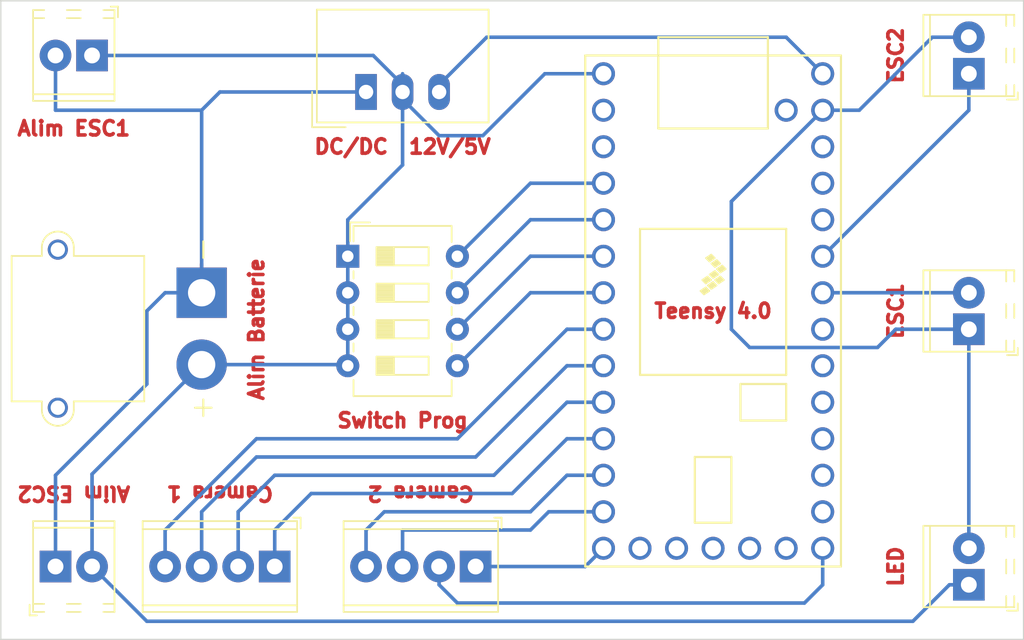
<source format=kicad_pcb>
(kicad_pcb (version 20171130) (host pcbnew "(5.1.2)-2")

  (general
    (thickness 1.6)
    (drawings 12)
    (tracks 98)
    (zones 0)
    (modules 11)
    (nets 1)
  )

  (page A4)
  (layers
    (0 F.Cu signal)
    (31 B.Cu signal)
    (32 B.Adhes user hide)
    (33 F.Adhes user hide)
    (34 B.Paste user hide)
    (35 F.Paste user hide)
    (36 B.SilkS user hide)
    (37 F.SilkS user hide)
    (38 B.Mask user hide)
    (39 F.Mask user hide)
    (40 Dwgs.User user hide)
    (41 Cmts.User user hide)
    (42 Eco1.User user hide)
    (43 Eco2.User user hide)
    (44 Edge.Cuts user)
    (45 Margin user)
    (46 B.CrtYd user)
    (47 F.CrtYd user)
    (48 B.Fab user)
    (49 F.Fab user hide)
  )

  (setup
    (last_trace_width 0.25)
    (trace_clearance 0.2)
    (zone_clearance 0.508)
    (zone_45_only no)
    (trace_min 0.2)
    (via_size 0.8)
    (via_drill 0.4)
    (via_min_size 0.4)
    (via_min_drill 0.3)
    (uvia_size 0.3)
    (uvia_drill 0.1)
    (uvias_allowed no)
    (uvia_min_size 0.2)
    (uvia_min_drill 0.1)
    (edge_width 0.05)
    (segment_width 0.2)
    (pcb_text_width 0.3)
    (pcb_text_size 1.5 1.5)
    (mod_edge_width 0.12)
    (mod_text_size 1 1)
    (mod_text_width 0.15)
    (pad_size 1.524 1.524)
    (pad_drill 0.762)
    (pad_to_mask_clearance 0.051)
    (solder_mask_min_width 0.25)
    (aux_axis_origin 0 0)
    (visible_elements 7FFFFFFF)
    (pcbplotparams
      (layerselection 0x010fc_ffffffff)
      (usegerberextensions false)
      (usegerberattributes false)
      (usegerberadvancedattributes false)
      (creategerberjobfile false)
      (excludeedgelayer true)
      (linewidth 0.100000)
      (plotframeref false)
      (viasonmask false)
      (mode 1)
      (useauxorigin false)
      (hpglpennumber 1)
      (hpglpenspeed 20)
      (hpglpendiameter 15.000000)
      (psnegative false)
      (psa4output false)
      (plotreference true)
      (plotvalue true)
      (plotinvisibletext false)
      (padsonsilk false)
      (subtractmaskfromsilk false)
      (outputformat 1)
      (mirror false)
      (drillshape 1)
      (scaleselection 1)
      (outputdirectory ""))
  )

  (net 0 "")

  (net_class Default "Ceci est la Netclass par défaut."
    (clearance 0.2)
    (trace_width 0.25)
    (via_dia 0.8)
    (via_drill 0.4)
    (uvia_dia 0.3)
    (uvia_drill 0.1)
  )

  (module TerminalBlock_Phoenix:TerminalBlock_Phoenix_MPT-0,5-2-2.54_1x02_P2.54mm_Horizontal (layer F.Cu) (tedit 5B294F98) (tstamp 5EA720CD)
    (at 111.76 69.85 180)
    (descr "Terminal Block Phoenix MPT-0,5-2-2.54, 2 pins, pitch 2.54mm, size 5.54x6.2mm^2, drill diamater 1.1mm, pad diameter 2.2mm, see http://www.mouser.com/ds/2/324/ItemDetail_1725656-920552.pdf, script-generated using https://github.com/pointhi/kicad-footprint-generator/scripts/TerminalBlock_Phoenix")
    (tags "THT Terminal Block Phoenix MPT-0,5-2-2.54 pitch 2.54mm size 5.54x6.2mm^2 drill 1.1mm pad 2.2mm")
    (fp_text reference "" (at 1.27 -4.16) (layer F.SilkS) hide
      (effects (font (size 1 1) (thickness 0.15)))
    )
    (fp_text value TerminalBlock_Phoenix_MPT-0,5-2-2.54_1x02_P2.54mm_Horizontal (at 1.27 4.16) (layer F.Fab) hide
      (effects (font (size 1 1) (thickness 0.15)))
    )
    (fp_text user %R (at 1.27 2) (layer F.Fab) hide
      (effects (font (size 1 1) (thickness 0.15)))
    )
    (fp_line (start 4.54 -3.6) (end -2 -3.6) (layer F.CrtYd) (width 0.05))
    (fp_line (start 4.54 3.6) (end 4.54 -3.6) (layer F.CrtYd) (width 0.05))
    (fp_line (start -2 3.6) (end 4.54 3.6) (layer F.CrtYd) (width 0.05))
    (fp_line (start -2 -3.6) (end -2 3.6) (layer F.CrtYd) (width 0.05))
    (fp_line (start -1.8 3.4) (end -1.3 3.4) (layer F.SilkS) (width 0.12))
    (fp_line (start -1.8 2.66) (end -1.8 3.4) (layer F.SilkS) (width 0.12))
    (fp_line (start 3.241 -0.835) (end 1.706 0.7) (layer F.Fab) (width 0.1))
    (fp_line (start 3.375 -0.7) (end 1.84 0.835) (layer F.Fab) (width 0.1))
    (fp_line (start 0.701 -0.835) (end -0.835 0.7) (layer F.Fab) (width 0.1))
    (fp_line (start 0.835 -0.7) (end -0.701 0.835) (layer F.Fab) (width 0.1))
    (fp_line (start 4.1 -3.16) (end 4.1 3.16) (layer F.SilkS) (width 0.12))
    (fp_line (start -1.56 -3.16) (end -1.56 3.16) (layer F.SilkS) (width 0.12))
    (fp_line (start 3.33 3.16) (end 4.1 3.16) (layer F.SilkS) (width 0.12))
    (fp_line (start 0.79 3.16) (end 1.75 3.16) (layer F.SilkS) (width 0.12))
    (fp_line (start -1.56 3.16) (end -0.79 3.16) (layer F.SilkS) (width 0.12))
    (fp_line (start -1.56 -3.16) (end 4.1 -3.16) (layer F.SilkS) (width 0.12))
    (fp_line (start -1.56 -2.7) (end 4.1 -2.7) (layer F.SilkS) (width 0.12))
    (fp_line (start -1.5 -2.7) (end 4.04 -2.7) (layer F.Fab) (width 0.1))
    (fp_line (start 3.33 2.6) (end 4.1 2.6) (layer F.SilkS) (width 0.12))
    (fp_line (start 0.79 2.6) (end 1.75 2.6) (layer F.SilkS) (width 0.12))
    (fp_line (start -1.56 2.6) (end -0.79 2.6) (layer F.SilkS) (width 0.12))
    (fp_line (start -1.5 2.6) (end 4.04 2.6) (layer F.Fab) (width 0.1))
    (fp_line (start -1.5 2.6) (end -1.5 -3.1) (layer F.Fab) (width 0.1))
    (fp_line (start -1 3.1) (end -1.5 2.6) (layer F.Fab) (width 0.1))
    (fp_line (start 4.04 3.1) (end -1 3.1) (layer F.Fab) (width 0.1))
    (fp_line (start 4.04 -3.1) (end 4.04 3.1) (layer F.Fab) (width 0.1))
    (fp_line (start -1.5 -3.1) (end 4.04 -3.1) (layer F.Fab) (width 0.1))
    (fp_circle (center 2.54 0) (end 3.64 0) (layer F.Fab) (width 0.1))
    (fp_circle (center 0 0) (end 1.1 0) (layer F.Fab) (width 0.1))
    (pad "" np_thru_hole circle (at 2.54 2.54 180) (size 1.1 1.1) (drill 1.1) (layers *.Cu *.Mask))
    (pad 2 thru_hole circle (at 2.54 0 180) (size 2.2 2.2) (drill 1.1) (layers *.Cu *.Mask))
    (pad "" np_thru_hole circle (at 0 2.54 180) (size 1.1 1.1) (drill 1.1) (layers *.Cu *.Mask))
    (pad 1 thru_hole rect (at 0 0 180) (size 2.2 2.2) (drill 1.1) (layers *.Cu *.Mask))
    (model ${KISYS3DMOD}/TerminalBlock_Phoenix.3dshapes/TerminalBlock_Phoenix_MPT-0,5-2-2.54_1x02_P2.54mm_Horizontal.wrl
      (at (xyz 0 0 0))
      (scale (xyz 1 1 1))
      (rotate (xyz 0 0 0))
    )
  )

  (module TerminalBlock_Phoenix:TerminalBlock_Phoenix_MPT-0,5-2-2.54_1x02_P2.54mm_Horizontal (layer F.Cu) (tedit 5B294F98) (tstamp 5EA720CD)
    (at 109.22 105.41)
    (descr "Terminal Block Phoenix MPT-0,5-2-2.54, 2 pins, pitch 2.54mm, size 5.54x6.2mm^2, drill diamater 1.1mm, pad diameter 2.2mm, see http://www.mouser.com/ds/2/324/ItemDetail_1725656-920552.pdf, script-generated using https://github.com/pointhi/kicad-footprint-generator/scripts/TerminalBlock_Phoenix")
    (tags "THT Terminal Block Phoenix MPT-0,5-2-2.54 pitch 2.54mm size 5.54x6.2mm^2 drill 1.1mm pad 2.2mm")
    (fp_text reference REF** (at 1.27 -4.16) (layer F.SilkS) hide
      (effects (font (size 1 1) (thickness 0.15)))
    )
    (fp_text value TerminalBlock_Phoenix_MPT-0,5-2-2.54_1x02_P2.54mm_Horizontal (at 1.27 4.16) (layer F.Fab) hide
      (effects (font (size 1 1) (thickness 0.15)))
    )
    (fp_text user %R (at 1.27 2) (layer F.Fab) hide
      (effects (font (size 1 1) (thickness 0.15)))
    )
    (fp_line (start 4.54 -3.6) (end -2 -3.6) (layer F.CrtYd) (width 0.05))
    (fp_line (start 4.54 3.6) (end 4.54 -3.6) (layer F.CrtYd) (width 0.05))
    (fp_line (start -2 3.6) (end 4.54 3.6) (layer F.CrtYd) (width 0.05))
    (fp_line (start -2 -3.6) (end -2 3.6) (layer F.CrtYd) (width 0.05))
    (fp_line (start -1.8 3.4) (end -1.3 3.4) (layer F.SilkS) (width 0.12))
    (fp_line (start -1.8 2.66) (end -1.8 3.4) (layer F.SilkS) (width 0.12))
    (fp_line (start 3.241 -0.835) (end 1.706 0.7) (layer F.Fab) (width 0.1))
    (fp_line (start 3.375 -0.7) (end 1.84 0.835) (layer F.Fab) (width 0.1))
    (fp_line (start 0.701 -0.835) (end -0.835 0.7) (layer F.Fab) (width 0.1))
    (fp_line (start 0.835 -0.7) (end -0.701 0.835) (layer F.Fab) (width 0.1))
    (fp_line (start 4.1 -3.16) (end 4.1 3.16) (layer F.SilkS) (width 0.12))
    (fp_line (start -1.56 -3.16) (end -1.56 3.16) (layer F.SilkS) (width 0.12))
    (fp_line (start 3.33 3.16) (end 4.1 3.16) (layer F.SilkS) (width 0.12))
    (fp_line (start 0.79 3.16) (end 1.75 3.16) (layer F.SilkS) (width 0.12))
    (fp_line (start -1.56 3.16) (end -0.79 3.16) (layer F.SilkS) (width 0.12))
    (fp_line (start -1.56 -3.16) (end 4.1 -3.16) (layer F.SilkS) (width 0.12))
    (fp_line (start -1.56 -2.7) (end 4.1 -2.7) (layer F.SilkS) (width 0.12))
    (fp_line (start -1.5 -2.7) (end 4.04 -2.7) (layer F.Fab) (width 0.1))
    (fp_line (start 3.33 2.6) (end 4.1 2.6) (layer F.SilkS) (width 0.12))
    (fp_line (start 0.79 2.6) (end 1.75 2.6) (layer F.SilkS) (width 0.12))
    (fp_line (start -1.56 2.6) (end -0.79 2.6) (layer F.SilkS) (width 0.12))
    (fp_line (start -1.5 2.6) (end 4.04 2.6) (layer F.Fab) (width 0.1))
    (fp_line (start -1.5 2.6) (end -1.5 -3.1) (layer F.Fab) (width 0.1))
    (fp_line (start -1 3.1) (end -1.5 2.6) (layer F.Fab) (width 0.1))
    (fp_line (start 4.04 3.1) (end -1 3.1) (layer F.Fab) (width 0.1))
    (fp_line (start 4.04 -3.1) (end 4.04 3.1) (layer F.Fab) (width 0.1))
    (fp_line (start -1.5 -3.1) (end 4.04 -3.1) (layer F.Fab) (width 0.1))
    (fp_circle (center 2.54 0) (end 3.64 0) (layer F.Fab) (width 0.1))
    (fp_circle (center 0 0) (end 1.1 0) (layer F.Fab) (width 0.1))
    (pad "" np_thru_hole circle (at 2.54 2.54) (size 1.1 1.1) (drill 1.1) (layers *.Cu *.Mask))
    (pad 2 thru_hole circle (at 2.54 0) (size 2.2 2.2) (drill 1.1) (layers *.Cu *.Mask))
    (pad "" np_thru_hole circle (at 0 2.54) (size 1.1 1.1) (drill 1.1) (layers *.Cu *.Mask))
    (pad 1 thru_hole rect (at 0 0) (size 2.2 2.2) (drill 1.1) (layers *.Cu *.Mask))
    (model ${KISYS3DMOD}/TerminalBlock_Phoenix.3dshapes/TerminalBlock_Phoenix_MPT-0,5-2-2.54_1x02_P2.54mm_Horizontal.wrl
      (at (xyz 0 0 0))
      (scale (xyz 1 1 1))
      (rotate (xyz 0 0 0))
    )
  )

  (module Connector_AMASS:AMASS_XT30PW-M_1x02_P2.50mm_Horizontal (layer F.Cu) (tedit 5C8EB279) (tstamp 5EA6598A)
    (at 119.38 86.36 90)
    (descr "Connector XT30 Horizontal PCB Male, https://www.tme.eu/en/Document/ce4077e36b79046da520ca73227e15de/XT30PW%20SPEC.pdf")
    (tags "RC Connector XT30")
    (fp_text reference REF** (at -2.5 -14.5 90) (layer F.SilkS) hide
      (effects (font (size 1 1) (thickness 0.15)))
    )
    (fp_text value AMASS_XT30PW-M_1x02_P2.50mm_Horizontal (at -2.5 3.5 90) (layer F.Fab) hide
      (effects (font (size 1 1) (thickness 0.15)))
    )
    (fp_text user + (at -8 0 90) (layer F.SilkS)
      (effects (font (size 1.5 1.5) (thickness 0.15)))
    )
    (fp_text user - (at 3 0 90) (layer F.SilkS)
      (effects (font (size 1.5 1.5) (thickness 0.15)))
    )
    (fp_arc (start 3.15 -10) (end 3.15 -8.89) (angle -180) (layer F.SilkS) (width 0.12))
    (fp_arc (start -8.15 -10) (end -8.15 -11.11) (angle -180) (layer F.SilkS) (width 0.12))
    (fp_arc (start -8.15 -10) (end -8.15 -11) (angle -180) (layer F.Fab) (width 0.1))
    (fp_arc (start 3.15 -10) (end 3.15 -9) (angle -180) (layer F.Fab) (width 0.1))
    (fp_line (start 2.56 -13.21) (end 2.56 -11.11) (layer F.SilkS) (width 0.12))
    (fp_line (start -9.65 -13.6) (end 4.65 -13.6) (layer F.CrtYd) (width 0.05))
    (fp_line (start 4.65 -13.6) (end 4.65 2.25) (layer F.CrtYd) (width 0.05))
    (fp_line (start -9.65 2.25) (end 4.65 2.25) (layer F.CrtYd) (width 0.05))
    (fp_line (start -9.65 -13.6) (end -9.65 2.25) (layer F.CrtYd) (width 0.05))
    (fp_line (start -8.15 -8.89) (end -7.56 -8.89) (layer F.SilkS) (width 0.12))
    (fp_line (start -8.15 -11.11) (end -7.56 -11.11) (layer F.SilkS) (width 0.12))
    (fp_line (start 2.56 -11.11) (end 3.15 -11.11) (layer F.SilkS) (width 0.12))
    (fp_line (start 2.56 -8.89) (end 3.15 -8.89) (layer F.SilkS) (width 0.12))
    (fp_line (start -7.45 -9) (end -7.45 -4.1) (layer F.Fab) (width 0.1))
    (fp_line (start 2.45 -9) (end 2.45 -4.1) (layer F.Fab) (width 0.1))
    (fp_line (start -8.15 -9) (end -7.45 -9) (layer F.Fab) (width 0.1))
    (fp_line (start 2.45 -9) (end 3.15 -9) (layer F.Fab) (width 0.1))
    (fp_line (start 2.45 -11) (end 3.15 -11) (layer F.Fab) (width 0.1))
    (fp_line (start -8.15 -11) (end -7.45 -11) (layer F.Fab) (width 0.1))
    (fp_line (start 2.56 -8.89) (end 2.56 -3.99) (layer F.SilkS) (width 0.12))
    (fp_line (start -7.56 -13.21) (end -7.56 -11.11) (layer F.SilkS) (width 0.12))
    (fp_line (start -7.56 -8.89) (end -7.56 -3.99) (layer F.SilkS) (width 0.12))
    (fp_line (start -7.56 -3.99) (end 2.56 -3.99) (layer F.SilkS) (width 0.12))
    (fp_line (start -7.56 -13.21) (end 2.56 -13.21) (layer F.SilkS) (width 0.12))
    (fp_line (start -7.45 -13.1) (end 2.45 -13.1) (layer F.Fab) (width 0.1))
    (fp_line (start -7.45 -4.1) (end 2.45 -4.1) (layer F.Fab) (width 0.1))
    (fp_line (start -7.45 -13.1) (end -7.45 -11) (layer F.Fab) (width 0.1))
    (fp_line (start 2.45 -13.1) (end 2.45 -11) (layer F.Fab) (width 0.1))
    (fp_text user %R (at -2.5 -3 90) (layer F.Fab) hide
      (effects (font (size 1 1) (thickness 0.15)))
    )
    (pad 2 thru_hole circle (at -5 0 90) (size 3.5 3.5) (drill 1.9) (layers *.Cu *.Mask))
    (pad 1 thru_hole rect (at 0 0 90) (size 3.5 3.5) (drill 1.9) (layers *.Cu *.Mask))
    (pad "" thru_hole circle (at -8 -10 90) (size 1.4 1.4) (drill 1) (layers *.Cu *.Mask))
    (pad "" thru_hole circle (at 3 -10 90) (size 1.4 1.4) (drill 1) (layers *.Cu *.Mask))
    (model ${KISYS3DMOD}/Connector_AMASS.3dshapes/AMASS_XT30PW-M_1x02_P2.50mm_Horizontal.wrl
      (at (xyz 0 0 0))
      (scale (xyz 1 1 1))
      (rotate (xyz 0 0 0))
    )
  )

  (module TerminalBlock_Phoenix:TerminalBlock_Phoenix_MPT-0,5-4-2.54_1x04_P2.54mm_Horizontal (layer F.Cu) (tedit 5B294F98) (tstamp 5EA654A9)
    (at 124.46 105.41 180)
    (descr "Terminal Block Phoenix MPT-0,5-4-2.54, 4 pins, pitch 2.54mm, size 10.6x6.2mm^2, drill diamater 1.1mm, pad diameter 2.2mm, see http://www.mouser.com/ds/2/324/ItemDetail_1725672-916605.pdf, script-generated using https://github.com/pointhi/kicad-footprint-generator/scripts/TerminalBlock_Phoenix")
    (tags "THT Terminal Block Phoenix MPT-0,5-4-2.54 pitch 2.54mm size 10.6x6.2mm^2 drill 1.1mm pad 2.2mm")
    (fp_text reference REF** (at 3.81 -4.16) (layer F.SilkS) hide
      (effects (font (size 1 1) (thickness 0.15)))
    )
    (fp_text value TerminalBlock_Phoenix_MPT-0,5-4-2.54_1x04_P2.54mm_Horizontal (at 3.81 4.16) (layer F.Fab) hide
      (effects (font (size 1 1) (thickness 0.15)))
    )
    (fp_text user %R (at 3.81 2) (layer F.Fab) hide
      (effects (font (size 1 1) (thickness 0.15)))
    )
    (fp_line (start 9.63 -3.6) (end -2 -3.6) (layer F.CrtYd) (width 0.05))
    (fp_line (start 9.63 3.6) (end 9.63 -3.6) (layer F.CrtYd) (width 0.05))
    (fp_line (start -2 3.6) (end 9.63 3.6) (layer F.CrtYd) (width 0.05))
    (fp_line (start -2 -3.6) (end -2 3.6) (layer F.CrtYd) (width 0.05))
    (fp_line (start -1.8 3.4) (end -1.3 3.4) (layer F.SilkS) (width 0.12))
    (fp_line (start -1.8 2.66) (end -1.8 3.4) (layer F.SilkS) (width 0.12))
    (fp_line (start 8.321 -0.835) (end 6.786 0.7) (layer F.Fab) (width 0.1))
    (fp_line (start 8.455 -0.7) (end 6.92 0.835) (layer F.Fab) (width 0.1))
    (fp_line (start 5.781 -0.835) (end 4.246 0.7) (layer F.Fab) (width 0.1))
    (fp_line (start 5.915 -0.7) (end 4.38 0.835) (layer F.Fab) (width 0.1))
    (fp_line (start 3.241 -0.835) (end 1.706 0.7) (layer F.Fab) (width 0.1))
    (fp_line (start 3.375 -0.7) (end 1.84 0.835) (layer F.Fab) (width 0.1))
    (fp_line (start 0.701 -0.835) (end -0.835 0.7) (layer F.Fab) (width 0.1))
    (fp_line (start 0.835 -0.7) (end -0.701 0.835) (layer F.Fab) (width 0.1))
    (fp_line (start 9.18 -3.16) (end 9.18 3.16) (layer F.SilkS) (width 0.12))
    (fp_line (start -1.56 -3.16) (end -1.56 3.16) (layer F.SilkS) (width 0.12))
    (fp_line (start -1.56 3.16) (end 9.18 3.16) (layer F.SilkS) (width 0.12))
    (fp_line (start -1.56 -3.16) (end 9.18 -3.16) (layer F.SilkS) (width 0.12))
    (fp_line (start -1.56 -2.7) (end 9.18 -2.7) (layer F.SilkS) (width 0.12))
    (fp_line (start -1.5 -2.7) (end 9.12 -2.7) (layer F.Fab) (width 0.1))
    (fp_line (start -1.56 2.6) (end 9.18 2.6) (layer F.SilkS) (width 0.12))
    (fp_line (start -1.5 2.6) (end 9.12 2.6) (layer F.Fab) (width 0.1))
    (fp_line (start -1.5 2.6) (end -1.5 -3.1) (layer F.Fab) (width 0.1))
    (fp_line (start -1 3.1) (end -1.5 2.6) (layer F.Fab) (width 0.1))
    (fp_line (start 9.12 3.1) (end -1 3.1) (layer F.Fab) (width 0.1))
    (fp_line (start 9.12 -3.1) (end 9.12 3.1) (layer F.Fab) (width 0.1))
    (fp_line (start -1.5 -3.1) (end 9.12 -3.1) (layer F.Fab) (width 0.1))
    (fp_circle (center 7.62 0) (end 8.72 0) (layer F.Fab) (width 0.1))
    (fp_circle (center 5.08 0) (end 6.18 0) (layer F.Fab) (width 0.1))
    (fp_circle (center 2.54 0) (end 3.64 0) (layer F.Fab) (width 0.1))
    (fp_circle (center 0 0) (end 1.1 0) (layer F.Fab) (width 0.1))
    (pad 4 thru_hole circle (at 7.62 0 180) (size 2.2 2.2) (drill 1.1) (layers *.Cu *.Mask))
    (pad 3 thru_hole circle (at 5.08 0 180) (size 2.2 2.2) (drill 1.1) (layers *.Cu *.Mask))
    (pad 2 thru_hole circle (at 2.54 0 180) (size 2.2 2.2) (drill 1.1) (layers *.Cu *.Mask))
    (pad 1 thru_hole rect (at 0 0 180) (size 2.2 2.2) (drill 1.1) (layers *.Cu *.Mask))
    (model ${KISYS3DMOD}/TerminalBlock_Phoenix.3dshapes/TerminalBlock_Phoenix_MPT-0,5-4-2.54_1x04_P2.54mm_Horizontal.wrl
      (at (xyz 0 0 0))
      (scale (xyz 1 1 1))
      (rotate (xyz 0 0 0))
    )
  )

  (module Button_Switch_THT:SW_DIP_SPSTx04_Slide_6.7x11.72mm_W7.62mm_P2.54mm_LowProfile (layer F.Cu) (tedit 5A4E1404) (tstamp 5EA65480)
    (at 129.54 83.82)
    (descr "4x-dip-switch SPST , Slide, row spacing 7.62 mm (300 mils), body size 6.7x11.72mm (see e.g. https://www.ctscorp.com/wp-content/uploads/209-210.pdf), LowProfile")
    (tags "DIP Switch SPST Slide 7.62mm 300mil LowProfile")
    (fp_text reference REF** (at 3.81 -3.11) (layer F.SilkS) hide
      (effects (font (size 1 1) (thickness 0.15)))
    )
    (fp_text value SW_DIP_SPSTx04_Slide_6.7x11.72mm_W7.62mm_P2.54mm_LowProfile (at 3.81 10.73) (layer F.Fab) hide
      (effects (font (size 1 1) (thickness 0.15)))
    )
    (fp_text user on (at 4.485 -1.3425) (layer F.Fab)
      (effects (font (size 0.8 0.8) (thickness 0.12)))
    )
    (fp_text user %R (at 6.39 3.81 90) (layer F.Fab) hide
      (effects (font (size 0.8 0.8) (thickness 0.12)))
    )
    (fp_line (start 8.7 -2.4) (end -1.1 -2.4) (layer F.CrtYd) (width 0.05))
    (fp_line (start 8.7 10) (end 8.7 -2.4) (layer F.CrtYd) (width 0.05))
    (fp_line (start -1.1 10) (end 8.7 10) (layer F.CrtYd) (width 0.05))
    (fp_line (start -1.1 -2.4) (end -1.1 10) (layer F.CrtYd) (width 0.05))
    (fp_line (start 3.206667 6.985) (end 3.206667 8.255) (layer F.SilkS) (width 0.12))
    (fp_line (start 2 8.185) (end 3.206667 8.185) (layer F.SilkS) (width 0.12))
    (fp_line (start 2 8.065) (end 3.206667 8.065) (layer F.SilkS) (width 0.12))
    (fp_line (start 2 7.945) (end 3.206667 7.945) (layer F.SilkS) (width 0.12))
    (fp_line (start 2 7.825) (end 3.206667 7.825) (layer F.SilkS) (width 0.12))
    (fp_line (start 2 7.705) (end 3.206667 7.705) (layer F.SilkS) (width 0.12))
    (fp_line (start 2 7.585) (end 3.206667 7.585) (layer F.SilkS) (width 0.12))
    (fp_line (start 2 7.465) (end 3.206667 7.465) (layer F.SilkS) (width 0.12))
    (fp_line (start 2 7.345) (end 3.206667 7.345) (layer F.SilkS) (width 0.12))
    (fp_line (start 2 7.225) (end 3.206667 7.225) (layer F.SilkS) (width 0.12))
    (fp_line (start 2 7.105) (end 3.206667 7.105) (layer F.SilkS) (width 0.12))
    (fp_line (start 5.62 6.985) (end 2 6.985) (layer F.SilkS) (width 0.12))
    (fp_line (start 5.62 8.255) (end 5.62 6.985) (layer F.SilkS) (width 0.12))
    (fp_line (start 2 8.255) (end 5.62 8.255) (layer F.SilkS) (width 0.12))
    (fp_line (start 2 6.985) (end 2 8.255) (layer F.SilkS) (width 0.12))
    (fp_line (start 3.206667 4.445) (end 3.206667 5.715) (layer F.SilkS) (width 0.12))
    (fp_line (start 2 5.645) (end 3.206667 5.645) (layer F.SilkS) (width 0.12))
    (fp_line (start 2 5.525) (end 3.206667 5.525) (layer F.SilkS) (width 0.12))
    (fp_line (start 2 5.405) (end 3.206667 5.405) (layer F.SilkS) (width 0.12))
    (fp_line (start 2 5.285) (end 3.206667 5.285) (layer F.SilkS) (width 0.12))
    (fp_line (start 2 5.165) (end 3.206667 5.165) (layer F.SilkS) (width 0.12))
    (fp_line (start 2 5.045) (end 3.206667 5.045) (layer F.SilkS) (width 0.12))
    (fp_line (start 2 4.925) (end 3.206667 4.925) (layer F.SilkS) (width 0.12))
    (fp_line (start 2 4.805) (end 3.206667 4.805) (layer F.SilkS) (width 0.12))
    (fp_line (start 2 4.685) (end 3.206667 4.685) (layer F.SilkS) (width 0.12))
    (fp_line (start 2 4.565) (end 3.206667 4.565) (layer F.SilkS) (width 0.12))
    (fp_line (start 5.62 4.445) (end 2 4.445) (layer F.SilkS) (width 0.12))
    (fp_line (start 5.62 5.715) (end 5.62 4.445) (layer F.SilkS) (width 0.12))
    (fp_line (start 2 5.715) (end 5.62 5.715) (layer F.SilkS) (width 0.12))
    (fp_line (start 2 4.445) (end 2 5.715) (layer F.SilkS) (width 0.12))
    (fp_line (start 3.206667 1.905) (end 3.206667 3.175) (layer F.SilkS) (width 0.12))
    (fp_line (start 2 3.105) (end 3.206667 3.105) (layer F.SilkS) (width 0.12))
    (fp_line (start 2 2.985) (end 3.206667 2.985) (layer F.SilkS) (width 0.12))
    (fp_line (start 2 2.865) (end 3.206667 2.865) (layer F.SilkS) (width 0.12))
    (fp_line (start 2 2.745) (end 3.206667 2.745) (layer F.SilkS) (width 0.12))
    (fp_line (start 2 2.625) (end 3.206667 2.625) (layer F.SilkS) (width 0.12))
    (fp_line (start 2 2.505) (end 3.206667 2.505) (layer F.SilkS) (width 0.12))
    (fp_line (start 2 2.385) (end 3.206667 2.385) (layer F.SilkS) (width 0.12))
    (fp_line (start 2 2.265) (end 3.206667 2.265) (layer F.SilkS) (width 0.12))
    (fp_line (start 2 2.145) (end 3.206667 2.145) (layer F.SilkS) (width 0.12))
    (fp_line (start 2 2.025) (end 3.206667 2.025) (layer F.SilkS) (width 0.12))
    (fp_line (start 5.62 1.905) (end 2 1.905) (layer F.SilkS) (width 0.12))
    (fp_line (start 5.62 3.175) (end 5.62 1.905) (layer F.SilkS) (width 0.12))
    (fp_line (start 2 3.175) (end 5.62 3.175) (layer F.SilkS) (width 0.12))
    (fp_line (start 2 1.905) (end 2 3.175) (layer F.SilkS) (width 0.12))
    (fp_line (start 3.206667 -0.635) (end 3.206667 0.635) (layer F.SilkS) (width 0.12))
    (fp_line (start 2 0.565) (end 3.206667 0.565) (layer F.SilkS) (width 0.12))
    (fp_line (start 2 0.445) (end 3.206667 0.445) (layer F.SilkS) (width 0.12))
    (fp_line (start 2 0.325) (end 3.206667 0.325) (layer F.SilkS) (width 0.12))
    (fp_line (start 2 0.205) (end 3.206667 0.205) (layer F.SilkS) (width 0.12))
    (fp_line (start 2 0.085) (end 3.206667 0.085) (layer F.SilkS) (width 0.12))
    (fp_line (start 2 -0.035) (end 3.206667 -0.035) (layer F.SilkS) (width 0.12))
    (fp_line (start 2 -0.155) (end 3.206667 -0.155) (layer F.SilkS) (width 0.12))
    (fp_line (start 2 -0.275) (end 3.206667 -0.275) (layer F.SilkS) (width 0.12))
    (fp_line (start 2 -0.395) (end 3.206667 -0.395) (layer F.SilkS) (width 0.12))
    (fp_line (start 2 -0.515) (end 3.206667 -0.515) (layer F.SilkS) (width 0.12))
    (fp_line (start 5.62 -0.635) (end 2 -0.635) (layer F.SilkS) (width 0.12))
    (fp_line (start 5.62 0.635) (end 5.62 -0.635) (layer F.SilkS) (width 0.12))
    (fp_line (start 2 0.635) (end 5.62 0.635) (layer F.SilkS) (width 0.12))
    (fp_line (start 2 -0.635) (end 2 0.635) (layer F.SilkS) (width 0.12))
    (fp_line (start 0.16 -2.35) (end 0.16 -1.04) (layer F.SilkS) (width 0.12))
    (fp_line (start 0.16 -2.35) (end 1.543 -2.35) (layer F.SilkS) (width 0.12))
    (fp_line (start 7.221 0.99) (end 7.221 1.551) (layer F.SilkS) (width 0.12))
    (fp_line (start 7.221 -2.11) (end 7.221 -0.99) (layer F.SilkS) (width 0.12))
    (fp_line (start 7.221 3.53) (end 7.221 4.091) (layer F.SilkS) (width 0.12))
    (fp_line (start 7.221 6.07) (end 7.221 6.631) (layer F.SilkS) (width 0.12))
    (fp_line (start 7.221 8.61) (end 7.221 9.73) (layer F.SilkS) (width 0.12))
    (fp_line (start 0.4 8.61) (end 0.4 9.73) (layer F.SilkS) (width 0.12))
    (fp_line (start 0.4 6.07) (end 0.4 6.631) (layer F.SilkS) (width 0.12))
    (fp_line (start 0.4 3.53) (end 0.4 4.091) (layer F.SilkS) (width 0.12))
    (fp_line (start 0.4 1.04) (end 0.4 1.551) (layer F.SilkS) (width 0.12))
    (fp_line (start 0.4 -2.11) (end 0.4 -1.04) (layer F.SilkS) (width 0.12))
    (fp_line (start 0.4 9.73) (end 7.221 9.73) (layer F.SilkS) (width 0.12))
    (fp_line (start 0.4 -2.11) (end 7.221 -2.11) (layer F.SilkS) (width 0.12))
    (fp_line (start 3.206667 6.985) (end 3.206667 8.255) (layer F.Fab) (width 0.1))
    (fp_line (start 2 8.185) (end 3.206667 8.185) (layer F.Fab) (width 0.1))
    (fp_line (start 2 8.085) (end 3.206667 8.085) (layer F.Fab) (width 0.1))
    (fp_line (start 2 7.985) (end 3.206667 7.985) (layer F.Fab) (width 0.1))
    (fp_line (start 2 7.885) (end 3.206667 7.885) (layer F.Fab) (width 0.1))
    (fp_line (start 2 7.785) (end 3.206667 7.785) (layer F.Fab) (width 0.1))
    (fp_line (start 2 7.685) (end 3.206667 7.685) (layer F.Fab) (width 0.1))
    (fp_line (start 2 7.585) (end 3.206667 7.585) (layer F.Fab) (width 0.1))
    (fp_line (start 2 7.485) (end 3.206667 7.485) (layer F.Fab) (width 0.1))
    (fp_line (start 2 7.385) (end 3.206667 7.385) (layer F.Fab) (width 0.1))
    (fp_line (start 2 7.285) (end 3.206667 7.285) (layer F.Fab) (width 0.1))
    (fp_line (start 2 7.185) (end 3.206667 7.185) (layer F.Fab) (width 0.1))
    (fp_line (start 2 7.085) (end 3.206667 7.085) (layer F.Fab) (width 0.1))
    (fp_line (start 5.62 6.985) (end 2 6.985) (layer F.Fab) (width 0.1))
    (fp_line (start 5.62 8.255) (end 5.62 6.985) (layer F.Fab) (width 0.1))
    (fp_line (start 2 8.255) (end 5.62 8.255) (layer F.Fab) (width 0.1))
    (fp_line (start 2 6.985) (end 2 8.255) (layer F.Fab) (width 0.1))
    (fp_line (start 3.206667 4.445) (end 3.206667 5.715) (layer F.Fab) (width 0.1))
    (fp_line (start 2 5.645) (end 3.206667 5.645) (layer F.Fab) (width 0.1))
    (fp_line (start 2 5.545) (end 3.206667 5.545) (layer F.Fab) (width 0.1))
    (fp_line (start 2 5.445) (end 3.206667 5.445) (layer F.Fab) (width 0.1))
    (fp_line (start 2 5.345) (end 3.206667 5.345) (layer F.Fab) (width 0.1))
    (fp_line (start 2 5.245) (end 3.206667 5.245) (layer F.Fab) (width 0.1))
    (fp_line (start 2 5.145) (end 3.206667 5.145) (layer F.Fab) (width 0.1))
    (fp_line (start 2 5.045) (end 3.206667 5.045) (layer F.Fab) (width 0.1))
    (fp_line (start 2 4.945) (end 3.206667 4.945) (layer F.Fab) (width 0.1))
    (fp_line (start 2 4.845) (end 3.206667 4.845) (layer F.Fab) (width 0.1))
    (fp_line (start 2 4.745) (end 3.206667 4.745) (layer F.Fab) (width 0.1))
    (fp_line (start 2 4.645) (end 3.206667 4.645) (layer F.Fab) (width 0.1))
    (fp_line (start 2 4.545) (end 3.206667 4.545) (layer F.Fab) (width 0.1))
    (fp_line (start 5.62 4.445) (end 2 4.445) (layer F.Fab) (width 0.1))
    (fp_line (start 5.62 5.715) (end 5.62 4.445) (layer F.Fab) (width 0.1))
    (fp_line (start 2 5.715) (end 5.62 5.715) (layer F.Fab) (width 0.1))
    (fp_line (start 2 4.445) (end 2 5.715) (layer F.Fab) (width 0.1))
    (fp_line (start 3.206667 1.905) (end 3.206667 3.175) (layer F.Fab) (width 0.1))
    (fp_line (start 2 3.105) (end 3.206667 3.105) (layer F.Fab) (width 0.1))
    (fp_line (start 2 3.005) (end 3.206667 3.005) (layer F.Fab) (width 0.1))
    (fp_line (start 2 2.905) (end 3.206667 2.905) (layer F.Fab) (width 0.1))
    (fp_line (start 2 2.805) (end 3.206667 2.805) (layer F.Fab) (width 0.1))
    (fp_line (start 2 2.705) (end 3.206667 2.705) (layer F.Fab) (width 0.1))
    (fp_line (start 2 2.605) (end 3.206667 2.605) (layer F.Fab) (width 0.1))
    (fp_line (start 2 2.505) (end 3.206667 2.505) (layer F.Fab) (width 0.1))
    (fp_line (start 2 2.405) (end 3.206667 2.405) (layer F.Fab) (width 0.1))
    (fp_line (start 2 2.305) (end 3.206667 2.305) (layer F.Fab) (width 0.1))
    (fp_line (start 2 2.205) (end 3.206667 2.205) (layer F.Fab) (width 0.1))
    (fp_line (start 2 2.105) (end 3.206667 2.105) (layer F.Fab) (width 0.1))
    (fp_line (start 2 2.005) (end 3.206667 2.005) (layer F.Fab) (width 0.1))
    (fp_line (start 5.62 1.905) (end 2 1.905) (layer F.Fab) (width 0.1))
    (fp_line (start 5.62 3.175) (end 5.62 1.905) (layer F.Fab) (width 0.1))
    (fp_line (start 2 3.175) (end 5.62 3.175) (layer F.Fab) (width 0.1))
    (fp_line (start 2 1.905) (end 2 3.175) (layer F.Fab) (width 0.1))
    (fp_line (start 3.206667 -0.635) (end 3.206667 0.635) (layer F.Fab) (width 0.1))
    (fp_line (start 2 0.565) (end 3.206667 0.565) (layer F.Fab) (width 0.1))
    (fp_line (start 2 0.465) (end 3.206667 0.465) (layer F.Fab) (width 0.1))
    (fp_line (start 2 0.365) (end 3.206667 0.365) (layer F.Fab) (width 0.1))
    (fp_line (start 2 0.265) (end 3.206667 0.265) (layer F.Fab) (width 0.1))
    (fp_line (start 2 0.165) (end 3.206667 0.165) (layer F.Fab) (width 0.1))
    (fp_line (start 2 0.065) (end 3.206667 0.065) (layer F.Fab) (width 0.1))
    (fp_line (start 2 -0.035) (end 3.206667 -0.035) (layer F.Fab) (width 0.1))
    (fp_line (start 2 -0.135) (end 3.206667 -0.135) (layer F.Fab) (width 0.1))
    (fp_line (start 2 -0.235) (end 3.206667 -0.235) (layer F.Fab) (width 0.1))
    (fp_line (start 2 -0.335) (end 3.206667 -0.335) (layer F.Fab) (width 0.1))
    (fp_line (start 2 -0.435) (end 3.206667 -0.435) (layer F.Fab) (width 0.1))
    (fp_line (start 2 -0.535) (end 3.206667 -0.535) (layer F.Fab) (width 0.1))
    (fp_line (start 5.62 -0.635) (end 2 -0.635) (layer F.Fab) (width 0.1))
    (fp_line (start 5.62 0.635) (end 5.62 -0.635) (layer F.Fab) (width 0.1))
    (fp_line (start 2 0.635) (end 5.62 0.635) (layer F.Fab) (width 0.1))
    (fp_line (start 2 -0.635) (end 2 0.635) (layer F.Fab) (width 0.1))
    (fp_line (start 0.46 -1.05) (end 1.46 -2.05) (layer F.Fab) (width 0.1))
    (fp_line (start 0.46 9.67) (end 0.46 -1.05) (layer F.Fab) (width 0.1))
    (fp_line (start 7.16 9.67) (end 0.46 9.67) (layer F.Fab) (width 0.1))
    (fp_line (start 7.16 -2.05) (end 7.16 9.67) (layer F.Fab) (width 0.1))
    (fp_line (start 1.46 -2.05) (end 7.16 -2.05) (layer F.Fab) (width 0.1))
    (pad 8 thru_hole oval (at 7.62 0) (size 1.6 1.6) (drill 0.8) (layers *.Cu *.Mask))
    (pad 4 thru_hole oval (at 0 7.62) (size 1.6 1.6) (drill 0.8) (layers *.Cu *.Mask))
    (pad 7 thru_hole oval (at 7.62 2.54) (size 1.6 1.6) (drill 0.8) (layers *.Cu *.Mask))
    (pad 3 thru_hole oval (at 0 5.08) (size 1.6 1.6) (drill 0.8) (layers *.Cu *.Mask))
    (pad 6 thru_hole oval (at 7.62 5.08) (size 1.6 1.6) (drill 0.8) (layers *.Cu *.Mask))
    (pad 2 thru_hole oval (at 0 2.54) (size 1.6 1.6) (drill 0.8) (layers *.Cu *.Mask))
    (pad 5 thru_hole oval (at 7.62 7.62) (size 1.6 1.6) (drill 0.8) (layers *.Cu *.Mask))
    (pad 1 thru_hole rect (at 0 0) (size 1.6 1.6) (drill 0.8) (layers *.Cu *.Mask))
    (model ${KISYS3DMOD}/Button_Switch_THT.3dshapes/SW_DIP_SPSTx04_Slide_6.7x11.72mm_W7.62mm_P2.54mm_LowProfile.wrl
      (at (xyz 0 0 0))
      (scale (xyz 1 1 1))
      (rotate (xyz 0 0 90))
    )
  )

  (module TerminalBlock_Phoenix:TerminalBlock_Phoenix_MPT-0,5-4-2.54_1x04_P2.54mm_Horizontal (layer F.Cu) (tedit 5B294F98) (tstamp 5EA63B57)
    (at 138.43 105.41 180)
    (descr "Terminal Block Phoenix MPT-0,5-4-2.54, 4 pins, pitch 2.54mm, size 10.6x6.2mm^2, drill diamater 1.1mm, pad diameter 2.2mm, see http://www.mouser.com/ds/2/324/ItemDetail_1725672-916605.pdf, script-generated using https://github.com/pointhi/kicad-footprint-generator/scripts/TerminalBlock_Phoenix")
    (tags "THT Terminal Block Phoenix MPT-0,5-4-2.54 pitch 2.54mm size 10.6x6.2mm^2 drill 1.1mm pad 2.2mm")
    (fp_text reference REF** (at 3.81 -4.16) (layer F.SilkS) hide
      (effects (font (size 1 1) (thickness 0.15)))
    )
    (fp_text value TerminalBlock_Phoenix_MPT-0,5-4-2.54_1x04_P2.54mm_Horizontal (at 3.81 4.16) (layer F.Fab) hide
      (effects (font (size 1 1) (thickness 0.15)))
    )
    (fp_circle (center 0 0) (end 1.1 0) (layer F.Fab) (width 0.1))
    (fp_circle (center 2.54 0) (end 3.64 0) (layer F.Fab) (width 0.1))
    (fp_circle (center 5.08 0) (end 6.18 0) (layer F.Fab) (width 0.1))
    (fp_circle (center 7.62 0) (end 8.72 0) (layer F.Fab) (width 0.1))
    (fp_line (start -1.5 -3.1) (end 9.12 -3.1) (layer F.Fab) (width 0.1))
    (fp_line (start 9.12 -3.1) (end 9.12 3.1) (layer F.Fab) (width 0.1))
    (fp_line (start 9.12 3.1) (end -1 3.1) (layer F.Fab) (width 0.1))
    (fp_line (start -1 3.1) (end -1.5 2.6) (layer F.Fab) (width 0.1))
    (fp_line (start -1.5 2.6) (end -1.5 -3.1) (layer F.Fab) (width 0.1))
    (fp_line (start -1.5 2.6) (end 9.12 2.6) (layer F.Fab) (width 0.1))
    (fp_line (start -1.56 2.6) (end 9.18 2.6) (layer F.SilkS) (width 0.12))
    (fp_line (start -1.5 -2.7) (end 9.12 -2.7) (layer F.Fab) (width 0.1))
    (fp_line (start -1.56 -2.7) (end 9.18 -2.7) (layer F.SilkS) (width 0.12))
    (fp_line (start -1.56 -3.16) (end 9.18 -3.16) (layer F.SilkS) (width 0.12))
    (fp_line (start -1.56 3.16) (end 9.18 3.16) (layer F.SilkS) (width 0.12))
    (fp_line (start -1.56 -3.16) (end -1.56 3.16) (layer F.SilkS) (width 0.12))
    (fp_line (start 9.18 -3.16) (end 9.18 3.16) (layer F.SilkS) (width 0.12))
    (fp_line (start 0.835 -0.7) (end -0.701 0.835) (layer F.Fab) (width 0.1))
    (fp_line (start 0.701 -0.835) (end -0.835 0.7) (layer F.Fab) (width 0.1))
    (fp_line (start 3.375 -0.7) (end 1.84 0.835) (layer F.Fab) (width 0.1))
    (fp_line (start 3.241 -0.835) (end 1.706 0.7) (layer F.Fab) (width 0.1))
    (fp_line (start 5.915 -0.7) (end 4.38 0.835) (layer F.Fab) (width 0.1))
    (fp_line (start 5.781 -0.835) (end 4.246 0.7) (layer F.Fab) (width 0.1))
    (fp_line (start 8.455 -0.7) (end 6.92 0.835) (layer F.Fab) (width 0.1))
    (fp_line (start 8.321 -0.835) (end 6.786 0.7) (layer F.Fab) (width 0.1))
    (fp_line (start -1.8 2.66) (end -1.8 3.4) (layer F.SilkS) (width 0.12))
    (fp_line (start -1.8 3.4) (end -1.3 3.4) (layer F.SilkS) (width 0.12))
    (fp_line (start -2 -3.6) (end -2 3.6) (layer F.CrtYd) (width 0.05))
    (fp_line (start -2 3.6) (end 9.63 3.6) (layer F.CrtYd) (width 0.05))
    (fp_line (start 9.63 3.6) (end 9.63 -3.6) (layer F.CrtYd) (width 0.05))
    (fp_line (start 9.63 -3.6) (end -2 -3.6) (layer F.CrtYd) (width 0.05))
    (fp_text user %R (at 3.81 2) (layer F.Fab) hide
      (effects (font (size 1 1) (thickness 0.15)))
    )
    (pad 1 thru_hole rect (at 0 0 180) (size 2.2 2.2) (drill 1.1) (layers *.Cu *.Mask))
    (pad 2 thru_hole circle (at 2.54 0 180) (size 2.2 2.2) (drill 1.1) (layers *.Cu *.Mask))
    (pad 3 thru_hole circle (at 5.08 0 180) (size 2.2 2.2) (drill 1.1) (layers *.Cu *.Mask))
    (pad 4 thru_hole circle (at 7.62 0 180) (size 2.2 2.2) (drill 1.1) (layers *.Cu *.Mask))
    (model ${KISYS3DMOD}/TerminalBlock_Phoenix.3dshapes/TerminalBlock_Phoenix_MPT-0,5-4-2.54_1x04_P2.54mm_Horizontal.wrl
      (at (xyz 0 0 0))
      (scale (xyz 1 1 1))
      (rotate (xyz 0 0 0))
    )
  )

  (module TerminalBlock_Phoenix:TerminalBlock_Phoenix_MPT-0,5-2-2.54_1x02_P2.54mm_Horizontal (layer F.Cu) (tedit 5B294F98) (tstamp 5EA6391B)
    (at 172.72 88.9 90)
    (descr "Terminal Block Phoenix MPT-0,5-2-2.54, 2 pins, pitch 2.54mm, size 5.54x6.2mm^2, drill diamater 1.1mm, pad diameter 2.2mm, see http://www.mouser.com/ds/2/324/ItemDetail_1725656-920552.pdf, script-generated using https://github.com/pointhi/kicad-footprint-generator/scripts/TerminalBlock_Phoenix")
    (tags "THT Terminal Block Phoenix MPT-0,5-2-2.54 pitch 2.54mm size 5.54x6.2mm^2 drill 1.1mm pad 2.2mm")
    (fp_text reference REF** (at 1.27 -4.16 90) (layer F.SilkS) hide
      (effects (font (size 1 1) (thickness 0.15)))
    )
    (fp_text value TerminalBlock_Phoenix_MPT-0,5-2-2.54_1x02_P2.54mm_Horizontal (at 1.27 4.16 90) (layer F.Fab) hide
      (effects (font (size 1 1) (thickness 0.15)))
    )
    (fp_circle (center 0 0) (end 1.1 0) (layer F.Fab) (width 0.1))
    (fp_circle (center 2.54 0) (end 3.64 0) (layer F.Fab) (width 0.1))
    (fp_line (start -1.5 -3.1) (end 4.04 -3.1) (layer F.Fab) (width 0.1))
    (fp_line (start 4.04 -3.1) (end 4.04 3.1) (layer F.Fab) (width 0.1))
    (fp_line (start 4.04 3.1) (end -1 3.1) (layer F.Fab) (width 0.1))
    (fp_line (start -1 3.1) (end -1.5 2.6) (layer F.Fab) (width 0.1))
    (fp_line (start -1.5 2.6) (end -1.5 -3.1) (layer F.Fab) (width 0.1))
    (fp_line (start -1.5 2.6) (end 4.04 2.6) (layer F.Fab) (width 0.1))
    (fp_line (start -1.56 2.6) (end -0.79 2.6) (layer F.SilkS) (width 0.12))
    (fp_line (start 0.79 2.6) (end 1.75 2.6) (layer F.SilkS) (width 0.12))
    (fp_line (start 3.33 2.6) (end 4.1 2.6) (layer F.SilkS) (width 0.12))
    (fp_line (start -1.5 -2.7) (end 4.04 -2.7) (layer F.Fab) (width 0.1))
    (fp_line (start -1.56 -2.7) (end 4.1 -2.7) (layer F.SilkS) (width 0.12))
    (fp_line (start -1.56 -3.16) (end 4.1 -3.16) (layer F.SilkS) (width 0.12))
    (fp_line (start -1.56 3.16) (end -0.79 3.16) (layer F.SilkS) (width 0.12))
    (fp_line (start 0.79 3.16) (end 1.75 3.16) (layer F.SilkS) (width 0.12))
    (fp_line (start 3.33 3.16) (end 4.1 3.16) (layer F.SilkS) (width 0.12))
    (fp_line (start -1.56 -3.16) (end -1.56 3.16) (layer F.SilkS) (width 0.12))
    (fp_line (start 4.1 -3.16) (end 4.1 3.16) (layer F.SilkS) (width 0.12))
    (fp_line (start 0.835 -0.7) (end -0.701 0.835) (layer F.Fab) (width 0.1))
    (fp_line (start 0.701 -0.835) (end -0.835 0.7) (layer F.Fab) (width 0.1))
    (fp_line (start 3.375 -0.7) (end 1.84 0.835) (layer F.Fab) (width 0.1))
    (fp_line (start 3.241 -0.835) (end 1.706 0.7) (layer F.Fab) (width 0.1))
    (fp_line (start -1.8 2.66) (end -1.8 3.4) (layer F.SilkS) (width 0.12))
    (fp_line (start -1.8 3.4) (end -1.3 3.4) (layer F.SilkS) (width 0.12))
    (fp_line (start -2 -3.6) (end -2 3.6) (layer F.CrtYd) (width 0.05))
    (fp_line (start -2 3.6) (end 4.54 3.6) (layer F.CrtYd) (width 0.05))
    (fp_line (start 4.54 3.6) (end 4.54 -3.6) (layer F.CrtYd) (width 0.05))
    (fp_line (start 4.54 -3.6) (end -2 -3.6) (layer F.CrtYd) (width 0.05))
    (fp_text user %R (at 1.27 2 90) (layer F.Fab) hide
      (effects (font (size 1 1) (thickness 0.15)))
    )
    (pad 1 thru_hole rect (at 0 0 90) (size 2.2 2.2) (drill 1.1) (layers *.Cu *.Mask))
    (pad "" np_thru_hole circle (at 0 2.54 90) (size 1.1 1.1) (drill 1.1) (layers *.Cu *.Mask))
    (pad 2 thru_hole circle (at 2.54 0 90) (size 2.2 2.2) (drill 1.1) (layers *.Cu *.Mask))
    (pad "" np_thru_hole circle (at 2.54 2.54 90) (size 1.1 1.1) (drill 1.1) (layers *.Cu *.Mask))
    (model ${KISYS3DMOD}/TerminalBlock_Phoenix.3dshapes/TerminalBlock_Phoenix_MPT-0,5-2-2.54_1x02_P2.54mm_Horizontal.wrl
      (at (xyz 0 0 0))
      (scale (xyz 1 1 1))
      (rotate (xyz 0 0 0))
    )
  )

  (module TerminalBlock_Phoenix:TerminalBlock_Phoenix_MPT-0,5-2-2.54_1x02_P2.54mm_Horizontal (layer F.Cu) (tedit 5B294F98) (tstamp 5EA638CF)
    (at 172.72 71.12 90)
    (descr "Terminal Block Phoenix MPT-0,5-2-2.54, 2 pins, pitch 2.54mm, size 5.54x6.2mm^2, drill diamater 1.1mm, pad diameter 2.2mm, see http://www.mouser.com/ds/2/324/ItemDetail_1725656-920552.pdf, script-generated using https://github.com/pointhi/kicad-footprint-generator/scripts/TerminalBlock_Phoenix")
    (tags "THT Terminal Block Phoenix MPT-0,5-2-2.54 pitch 2.54mm size 5.54x6.2mm^2 drill 1.1mm pad 2.2mm")
    (fp_text reference REF** (at 1.27 -4.16 90) (layer F.SilkS) hide
      (effects (font (size 1 1) (thickness 0.15)))
    )
    (fp_text value TerminalBlock_Phoenix_MPT-0,5-2-2.54_1x02_P2.54mm_Horizontal (at 1.27 4.16 90) (layer F.Fab) hide
      (effects (font (size 1 1) (thickness 0.15)))
    )
    (fp_text user %R (at 1.27 2 90) (layer F.Fab) hide
      (effects (font (size 1 1) (thickness 0.15)))
    )
    (fp_line (start 4.54 -3.6) (end -2 -3.6) (layer F.CrtYd) (width 0.05))
    (fp_line (start 4.54 3.6) (end 4.54 -3.6) (layer F.CrtYd) (width 0.05))
    (fp_line (start -2 3.6) (end 4.54 3.6) (layer F.CrtYd) (width 0.05))
    (fp_line (start -2 -3.6) (end -2 3.6) (layer F.CrtYd) (width 0.05))
    (fp_line (start -1.8 3.4) (end -1.3 3.4) (layer F.SilkS) (width 0.12))
    (fp_line (start -1.8 2.66) (end -1.8 3.4) (layer F.SilkS) (width 0.12))
    (fp_line (start 3.241 -0.835) (end 1.706 0.7) (layer F.Fab) (width 0.1))
    (fp_line (start 3.375 -0.7) (end 1.84 0.835) (layer F.Fab) (width 0.1))
    (fp_line (start 0.701 -0.835) (end -0.835 0.7) (layer F.Fab) (width 0.1))
    (fp_line (start 0.835 -0.7) (end -0.701 0.835) (layer F.Fab) (width 0.1))
    (fp_line (start 4.1 -3.16) (end 4.1 3.16) (layer F.SilkS) (width 0.12))
    (fp_line (start -1.56 -3.16) (end -1.56 3.16) (layer F.SilkS) (width 0.12))
    (fp_line (start 3.33 3.16) (end 4.1 3.16) (layer F.SilkS) (width 0.12))
    (fp_line (start 0.79 3.16) (end 1.75 3.16) (layer F.SilkS) (width 0.12))
    (fp_line (start -1.56 3.16) (end -0.79 3.16) (layer F.SilkS) (width 0.12))
    (fp_line (start -1.56 -3.16) (end 4.1 -3.16) (layer F.SilkS) (width 0.12))
    (fp_line (start -1.56 -2.7) (end 4.1 -2.7) (layer F.SilkS) (width 0.12))
    (fp_line (start -1.5 -2.7) (end 4.04 -2.7) (layer F.Fab) (width 0.1))
    (fp_line (start 3.33 2.6) (end 4.1 2.6) (layer F.SilkS) (width 0.12))
    (fp_line (start 0.79 2.6) (end 1.75 2.6) (layer F.SilkS) (width 0.12))
    (fp_line (start -1.56 2.6) (end -0.79 2.6) (layer F.SilkS) (width 0.12))
    (fp_line (start -1.5 2.6) (end 4.04 2.6) (layer F.Fab) (width 0.1))
    (fp_line (start -1.5 2.6) (end -1.5 -3.1) (layer F.Fab) (width 0.1))
    (fp_line (start -1 3.1) (end -1.5 2.6) (layer F.Fab) (width 0.1))
    (fp_line (start 4.04 3.1) (end -1 3.1) (layer F.Fab) (width 0.1))
    (fp_line (start 4.04 -3.1) (end 4.04 3.1) (layer F.Fab) (width 0.1))
    (fp_line (start -1.5 -3.1) (end 4.04 -3.1) (layer F.Fab) (width 0.1))
    (fp_circle (center 2.54 0) (end 3.64 0) (layer F.Fab) (width 0.1))
    (fp_circle (center 0 0) (end 1.1 0) (layer F.Fab) (width 0.1))
    (pad "" np_thru_hole circle (at 2.54 2.54 90) (size 1.1 1.1) (drill 1.1) (layers *.Cu *.Mask))
    (pad 2 thru_hole circle (at 2.54 0 90) (size 2.2 2.2) (drill 1.1) (layers *.Cu *.Mask))
    (pad "" np_thru_hole circle (at 0 2.54 90) (size 1.1 1.1) (drill 1.1) (layers *.Cu *.Mask))
    (pad 1 thru_hole rect (at 0 0 90) (size 2.2 2.2) (drill 1.1) (layers *.Cu *.Mask))
    (model ${KISYS3DMOD}/TerminalBlock_Phoenix.3dshapes/TerminalBlock_Phoenix_MPT-0,5-2-2.54_1x02_P2.54mm_Horizontal.wrl
      (at (xyz 0 0 0))
      (scale (xyz 1 1 1))
      (rotate (xyz 0 0 0))
    )
  )

  (module TerminalBlock_Phoenix:TerminalBlock_Phoenix_MPT-0,5-2-2.54_1x02_P2.54mm_Horizontal (layer F.Cu) (tedit 5B294F98) (tstamp 5EA63837)
    (at 172.72 106.68 90)
    (descr "Terminal Block Phoenix MPT-0,5-2-2.54, 2 pins, pitch 2.54mm, size 5.54x6.2mm^2, drill diamater 1.1mm, pad diameter 2.2mm, see http://www.mouser.com/ds/2/324/ItemDetail_1725656-920552.pdf, script-generated using https://github.com/pointhi/kicad-footprint-generator/scripts/TerminalBlock_Phoenix")
    (tags "THT Terminal Block Phoenix MPT-0,5-2-2.54 pitch 2.54mm size 5.54x6.2mm^2 drill 1.1mm pad 2.2mm")
    (fp_text reference REF** (at 1.27 -4.16 90) (layer F.SilkS) hide
      (effects (font (size 1 1) (thickness 0.15)))
    )
    (fp_text value TerminalBlock_Phoenix_MPT-0,5-2-2.54_1x02_P2.54mm_Horizontal (at 1.27 4.16 90) (layer F.Fab) hide
      (effects (font (size 1 1) (thickness 0.15)))
    )
    (fp_circle (center 0 0) (end 1.1 0) (layer F.Fab) (width 0.1))
    (fp_circle (center 2.54 0) (end 3.64 0) (layer F.Fab) (width 0.1))
    (fp_line (start -1.5 -3.1) (end 4.04 -3.1) (layer F.Fab) (width 0.1))
    (fp_line (start 4.04 -3.1) (end 4.04 3.1) (layer F.Fab) (width 0.1))
    (fp_line (start 4.04 3.1) (end -1 3.1) (layer F.Fab) (width 0.1))
    (fp_line (start -1 3.1) (end -1.5 2.6) (layer F.Fab) (width 0.1))
    (fp_line (start -1.5 2.6) (end -1.5 -3.1) (layer F.Fab) (width 0.1))
    (fp_line (start -1.5 2.6) (end 4.04 2.6) (layer F.Fab) (width 0.1))
    (fp_line (start -1.56 2.6) (end -0.79 2.6) (layer F.SilkS) (width 0.12))
    (fp_line (start 0.79 2.6) (end 1.75 2.6) (layer F.SilkS) (width 0.12))
    (fp_line (start 3.33 2.6) (end 4.1 2.6) (layer F.SilkS) (width 0.12))
    (fp_line (start -1.5 -2.7) (end 4.04 -2.7) (layer F.Fab) (width 0.1))
    (fp_line (start -1.56 -2.7) (end 4.1 -2.7) (layer F.SilkS) (width 0.12))
    (fp_line (start -1.56 -3.16) (end 4.1 -3.16) (layer F.SilkS) (width 0.12))
    (fp_line (start -1.56 3.16) (end -0.79 3.16) (layer F.SilkS) (width 0.12))
    (fp_line (start 0.79 3.16) (end 1.75 3.16) (layer F.SilkS) (width 0.12))
    (fp_line (start 3.33 3.16) (end 4.1 3.16) (layer F.SilkS) (width 0.12))
    (fp_line (start -1.56 -3.16) (end -1.56 3.16) (layer F.SilkS) (width 0.12))
    (fp_line (start 4.1 -3.16) (end 4.1 3.16) (layer F.SilkS) (width 0.12))
    (fp_line (start 0.835 -0.7) (end -0.701 0.835) (layer F.Fab) (width 0.1))
    (fp_line (start 0.701 -0.835) (end -0.835 0.7) (layer F.Fab) (width 0.1))
    (fp_line (start 3.375 -0.7) (end 1.84 0.835) (layer F.Fab) (width 0.1))
    (fp_line (start 3.241 -0.835) (end 1.706 0.7) (layer F.Fab) (width 0.1))
    (fp_line (start -1.8 2.66) (end -1.8 3.4) (layer F.SilkS) (width 0.12))
    (fp_line (start -1.8 3.4) (end -1.3 3.4) (layer F.SilkS) (width 0.12))
    (fp_line (start -2 -3.6) (end -2 3.6) (layer F.CrtYd) (width 0.05))
    (fp_line (start -2 3.6) (end 4.54 3.6) (layer F.CrtYd) (width 0.05))
    (fp_line (start 4.54 3.6) (end 4.54 -3.6) (layer F.CrtYd) (width 0.05))
    (fp_line (start 4.54 -3.6) (end -2 -3.6) (layer F.CrtYd) (width 0.05))
    (fp_text user %R (at 1.27 2 90) (layer F.Fab) hide
      (effects (font (size 1 1) (thickness 0.15)))
    )
    (pad 1 thru_hole rect (at 0 0 90) (size 2.2 2.2) (drill 1.1) (layers *.Cu *.Mask))
    (pad "" np_thru_hole circle (at 0 2.54 90) (size 1.1 1.1) (drill 1.1) (layers *.Cu *.Mask))
    (pad 2 thru_hole circle (at 2.54 0 90) (size 2.2 2.2) (drill 1.1) (layers *.Cu *.Mask))
    (pad "" np_thru_hole circle (at 2.54 2.54 90) (size 1.1 1.1) (drill 1.1) (layers *.Cu *.Mask))
    (model ${KISYS3DMOD}/TerminalBlock_Phoenix.3dshapes/TerminalBlock_Phoenix_MPT-0,5-2-2.54_1x02_P2.54mm_Horizontal.wrl
      (at (xyz 0 0 0))
      (scale (xyz 1 1 1))
      (rotate (xyz 0 0 0))
    )
  )

  (module Converter_DCDC:Converter_DCDC_TRACO_TSR-1_THT (layer F.Cu) (tedit 59FE1FB7) (tstamp 5EA61860)
    (at 130.81 72.39)
    (descr "DCDC-Converter, TRACO, TSR 1-xxxx")
    (tags "DCDC-Converter TRACO TSR-1")
    (fp_text reference REF** (at -1.5 -6.71) (layer F.SilkS) hide
      (effects (font (size 1 1) (thickness 0.15)))
    )
    (fp_text value Converter_DCDC_TRACO_TSR-1_THT (at 2.5 3.25) (layer F.Fab) hide
      (effects (font (size 1 1) (thickness 0.15)))
    )
    (fp_line (start -2.3 2) (end 8.4 2) (layer F.Fab) (width 0.1))
    (fp_line (start -3.42 2.12) (end -3.42 -5.73) (layer F.SilkS) (width 0.12))
    (fp_line (start -3.42 -5.73) (end 8.52 -5.73) (layer F.SilkS) (width 0.12))
    (fp_line (start 8.52 -5.73) (end 8.52 2.12) (layer F.SilkS) (width 0.12))
    (fp_line (start 8.52 2.12) (end -3.42 2.12) (layer F.SilkS) (width 0.12))
    (fp_line (start -3.55 -5.85) (end 8.65 -5.85) (layer F.CrtYd) (width 0.05))
    (fp_line (start 8.65 -5.85) (end 8.65 2.25) (layer F.CrtYd) (width 0.05))
    (fp_line (start 8.65 2.25) (end -3.55 2.25) (layer F.CrtYd) (width 0.05))
    (fp_line (start -3.55 2.25) (end -3.55 -5.85) (layer F.CrtYd) (width 0.05))
    (fp_line (start -3.3 -5.6) (end 8.4 -5.6) (layer F.Fab) (width 0.1))
    (fp_line (start 8.4 2) (end 8.4 -5.6) (layer F.Fab) (width 0.1))
    (fp_line (start -3.3 1) (end -3.3 -5.6) (layer F.Fab) (width 0.1))
    (fp_line (start -3.3 1) (end -2.3 2) (layer F.Fab) (width 0.1))
    (fp_line (start -3.75 0) (end -3.75 2.45) (layer F.SilkS) (width 0.12))
    (fp_line (start -3.75 2.45) (end -1.42 2.45) (layer F.SilkS) (width 0.12))
    (fp_text user %R (at 3 -3) (layer F.Fab) hide
      (effects (font (size 1 1) (thickness 0.15)))
    )
    (pad 3 thru_hole oval (at 5.08 0) (size 1.5 2.5) (drill 1) (layers *.Cu *.Mask))
    (pad 2 thru_hole oval (at 2.54 0) (size 1.5 2.5) (drill 1) (layers *.Cu *.Mask))
    (pad 1 thru_hole rect (at 0 0) (size 1.5 2.5) (drill 1) (layers *.Cu *.Mask))
    (model ${KISYS3DMOD}/Converter_DCDC.3dshapes/Converter_DCDC_TRACO_TSR-1_THT.wrl
      (at (xyz 0 0 0))
      (scale (xyz 1 1 1))
      (rotate (xyz 0 0 0))
    )
  )

  (module teensy:Teensy40 (layer F.Cu) (tedit 5EA5C35B) (tstamp 5EA611E7)
    (at 154.94 87.63 270)
    (fp_text reference REF** (at 0 -10.16 90) (layer F.SilkS) hide
      (effects (font (size 1 1) (thickness 0.15)))
    )
    (fp_text value "Teensy 4.0" (at 0 10.16 90) (layer F.Fab)
      (effects (font (size 1 1) (thickness 0.15)))
    )
    (fp_text user DVL6A (at 1.778 0) (layer F.SilkS) hide
      (effects (font (size 0.7 0.7) (thickness 0.15)))
    )
    (fp_poly (pts (xy -3.937 0.127) (xy -3.683 -0.127) (xy -3.429 0.254) (xy -3.683 0.508)) (layer F.SilkS) (width 0.1))
    (fp_poly (pts (xy -3.556 -0.254) (xy -3.302 -0.508) (xy -3.048 -0.127) (xy -3.302 0.127)) (layer F.SilkS) (width 0.1))
    (fp_poly (pts (xy -1.651 0.508) (xy -1.397 0.254) (xy -1.143 0.635) (xy -1.397 0.889)) (layer F.SilkS) (width 0.1))
    (fp_poly (pts (xy -2.032 0) (xy -1.778 -0.254) (xy -1.524 0.127) (xy -1.778 0.381)) (layer F.SilkS) (width 0.1))
    (fp_poly (pts (xy -2.413 -0.508) (xy -2.159 -0.762) (xy -1.905 -0.381) (xy -2.159 -0.127)) (layer F.SilkS) (width 0.1))
    (fp_poly (pts (xy -2.413 0.381) (xy -2.159 0.127) (xy -1.905 0.508) (xy -2.159 0.762)) (layer F.SilkS) (width 0.1))
    (fp_poly (pts (xy -2.794 -0.127) (xy -2.54 -0.381) (xy -2.286 0) (xy -2.54 0.254)) (layer F.SilkS) (width 0.1))
    (fp_poly (pts (xy -3.175 -0.635) (xy -2.921 -0.889) (xy -2.667 -0.508) (xy -2.921 -0.254)) (layer F.SilkS) (width 0.1))
    (fp_text user MIMXRT1062 (at 0.254 0) (layer F.SilkS) hide
      (effects (font (size 0.7 0.7) (thickness 0.15)))
    )
    (fp_line (start 5.08 -1.905) (end 5.08 -5.08) (layer F.SilkS) (width 0.15))
    (fp_line (start 7.62 -1.905) (end 5.08 -1.905) (layer F.SilkS) (width 0.15))
    (fp_line (start 7.62 -5.08) (end 7.62 -1.905) (layer F.SilkS) (width 0.15))
    (fp_line (start 5.08 -5.08) (end 7.62 -5.08) (layer F.SilkS) (width 0.15))
    (fp_line (start -17.78 8.89) (end -17.78 -8.89) (layer F.SilkS) (width 0.15))
    (fp_line (start 17.78 8.89) (end -17.78 8.89) (layer F.SilkS) (width 0.15))
    (fp_line (start 17.78 -8.89) (end 17.78 8.89) (layer F.SilkS) (width 0.15))
    (fp_line (start -17.78 -8.89) (end 17.78 -8.89) (layer F.SilkS) (width 0.15))
    (fp_line (start 4.445 5.08) (end -5.715 5.08) (layer F.SilkS) (width 0.15))
    (fp_line (start 4.445 -5.08) (end -5.715 -5.08) (layer F.SilkS) (width 0.15))
    (fp_line (start -5.715 -5.08) (end -5.715 5.08) (layer F.SilkS) (width 0.15))
    (fp_line (start 4.445 5.08) (end 4.445 -5.08) (layer F.SilkS) (width 0.15))
    (fp_line (start 10.16 -1.27) (end 14.732 -1.27) (layer F.SilkS) (width 0.15))
    (fp_line (start 10.16 1.27) (end 10.16 -1.27) (layer F.SilkS) (width 0.15))
    (fp_line (start 14.732 1.27) (end 10.16 1.27) (layer F.SilkS) (width 0.15))
    (fp_line (start 14.732 -1.27) (end 14.732 1.27) (layer F.SilkS) (width 0.15))
    (fp_line (start -12.7 3.81) (end -17.78 3.81) (layer F.SilkS) (width 0.15))
    (fp_line (start -12.7 -3.81) (end -17.78 -3.81) (layer F.SilkS) (width 0.15))
    (fp_line (start -12.7 3.81) (end -12.7 -3.81) (layer F.SilkS) (width 0.15))
    (fp_line (start -19.05 -3.81) (end -17.78 -3.81) (layer F.SilkS) (width 0.15))
    (fp_line (start -19.05 3.81) (end -19.05 -3.81) (layer F.SilkS) (width 0.15))
    (fp_line (start -17.78 3.81) (end -19.05 3.81) (layer F.SilkS) (width 0.15))
    (pad 1 thru_hole circle (at -16.51 7.62 270) (size 1.6 1.6) (drill 1.1) (layers *.Cu *.Mask))
    (pad 2 thru_hole circle (at -13.97 7.62 270) (size 1.6 1.6) (drill 1.1) (layers *.Cu *.Mask))
    (pad 3 thru_hole circle (at -11.43 7.62 270) (size 1.6 1.6) (drill 1.1) (layers *.Cu *.Mask))
    (pad 4 thru_hole circle (at -8.89 7.62 270) (size 1.6 1.6) (drill 1.1) (layers *.Cu *.Mask))
    (pad 5 thru_hole circle (at -6.35 7.62 270) (size 1.6 1.6) (drill 1.1) (layers *.Cu *.Mask))
    (pad 6 thru_hole circle (at -3.81 7.62 270) (size 1.6 1.6) (drill 1.1) (layers *.Cu *.Mask))
    (pad 7 thru_hole circle (at -1.27 7.62 270) (size 1.6 1.6) (drill 1.1) (layers *.Cu *.Mask))
    (pad 8 thru_hole circle (at 1.27 7.62 270) (size 1.6 1.6) (drill 1.1) (layers *.Cu *.Mask))
    (pad 9 thru_hole circle (at 3.81 7.62 270) (size 1.6 1.6) (drill 1.1) (layers *.Cu *.Mask))
    (pad 10 thru_hole circle (at 6.35 7.62 270) (size 1.6 1.6) (drill 1.1) (layers *.Cu *.Mask))
    (pad 11 thru_hole circle (at 8.89 7.62 270) (size 1.6 1.6) (drill 1.1) (layers *.Cu *.Mask))
    (pad 12 thru_hole circle (at 11.43 7.62 270) (size 1.6 1.6) (drill 1.1) (layers *.Cu *.Mask))
    (pad 13 thru_hole circle (at 13.97 7.62 270) (size 1.6 1.6) (drill 1.1) (layers *.Cu *.Mask))
    (pad 34 thru_hole circle (at -13.97 -5.08 270) (size 1.6 1.6) (drill 1.1) (layers *.Cu *.Mask))
    (pad 33 thru_hole circle (at -16.51 -7.62 270) (size 1.6 1.6) (drill 1.1) (layers *.Cu *.Mask))
    (pad 32 thru_hole circle (at -13.97 -7.62 270) (size 1.6 1.6) (drill 1.1) (layers *.Cu *.Mask))
    (pad 31 thru_hole circle (at -11.43 -7.62 270) (size 1.6 1.6) (drill 1.1) (layers *.Cu *.Mask))
    (pad 30 thru_hole circle (at -8.89 -7.62 270) (size 1.6 1.6) (drill 1.1) (layers *.Cu *.Mask))
    (pad 29 thru_hole circle (at -6.35 -7.62 270) (size 1.6 1.6) (drill 1.1) (layers *.Cu *.Mask))
    (pad 28 thru_hole circle (at -3.81 -7.62 270) (size 1.6 1.6) (drill 1.1) (layers *.Cu *.Mask))
    (pad 27 thru_hole circle (at -1.27 -7.62 270) (size 1.6 1.6) (drill 1.1) (layers *.Cu *.Mask))
    (pad 26 thru_hole circle (at 1.27 -7.62 270) (size 1.6 1.6) (drill 1.1) (layers *.Cu *.Mask))
    (pad 25 thru_hole circle (at 3.81 -7.62 270) (size 1.6 1.6) (drill 1.1) (layers *.Cu *.Mask))
    (pad 24 thru_hole circle (at 6.35 -7.62 270) (size 1.6 1.6) (drill 1.1) (layers *.Cu *.Mask))
    (pad 23 thru_hole circle (at 8.89 -7.62 270) (size 1.6 1.6) (drill 1.1) (layers *.Cu *.Mask))
    (pad 22 thru_hole circle (at 11.43 -7.62 270) (size 1.6 1.6) (drill 1.1) (layers *.Cu *.Mask))
    (pad 21 thru_hole circle (at 13.97 -7.62 270) (size 1.6 1.6) (drill 1.1) (layers *.Cu *.Mask))
    (pad 14 thru_hole circle (at 16.51 7.62 270) (size 1.6 1.6) (drill 1.1) (layers *.Cu *.Mask))
    (pad 15 thru_hole circle (at 16.51 5.08 270) (size 1.6 1.6) (drill 1.1) (layers *.Cu *.Mask))
    (pad 16 thru_hole circle (at 16.51 2.54 270) (size 1.6 1.6) (drill 1.1) (layers *.Cu *.Mask))
    (pad 20 thru_hole circle (at 16.51 -7.62 270) (size 1.6 1.6) (drill 1.1) (layers *.Cu *.Mask))
    (pad 19 thru_hole circle (at 16.51 -5.08 270) (size 1.6 1.6) (drill 1.1) (layers *.Cu *.Mask))
    (pad 18 thru_hole circle (at 16.51 -2.54 270) (size 1.6 1.6) (drill 1.1) (layers *.Cu *.Mask))
    (pad 17 thru_hole circle (at 16.51 0 270) (size 1.6 1.6) (drill 1.1) (layers *.Cu *.Mask))
    (model ${KICAD_USER_DIR}/teensy.pretty/Teensy_4.0_Assembly.STEP
      (offset (xyz 33 9.5 -11))
      (scale (xyz 1 1 1))
      (rotate (xyz -90 0 0))
    )
  )

  (gr_text LED (at 167.64 105.41 90) (layer F.Cu) (tstamp 5EA72982)
    (effects (font (size 1 1) (thickness 0.25)))
  )
  (gr_text ESC2 (at 167.64 69.85 90) (layer F.Cu) (tstamp 5EA72982)
    (effects (font (size 1 1) (thickness 0.25)))
  )
  (gr_text ESC1 (at 167.64 87.63 90) (layer F.Cu) (tstamp 5EA72982)
    (effects (font (size 1 1) (thickness 0.25)))
  )
  (gr_text "Teensy 4.0" (at 154.94 87.63) (layer F.Cu) (tstamp 5EA72982)
    (effects (font (size 1 1) (thickness 0.25)))
  )
  (gr_text "Switch Prog" (at 133.35 95.25) (layer F.Cu) (tstamp 5EA72982)
    (effects (font (size 1 1) (thickness 0.25)))
  )
  (gr_text "DC/DC  12V/5V" (at 133.35 76.2) (layer F.Cu) (tstamp 5EA72982)
    (effects (font (size 1 1) (thickness 0.25)))
  )
  (gr_text "Camera 2" (at 134.62 100.33 180) (layer F.Cu) (tstamp 5EA72982)
    (effects (font (size 1 1) (thickness 0.25)))
  )
  (gr_text "Camera 1\n" (at 120.65 100.33 180) (layer F.Cu) (tstamp 5EA72982)
    (effects (font (size 1 1) (thickness 0.25)))
  )
  (gr_text "Alim ESC2\n" (at 110.49 100.33 180) (layer F.Cu) (tstamp 5EA72982)
    (effects (font (size 1 1) (thickness 0.25)))
  )
  (gr_text "Alim Batterie" (at 123.19 88.9 90) (layer F.Cu) (tstamp 5EA72982)
    (effects (font (size 1 1) (thickness 0.25)))
  )
  (gr_text "Alim ESC1" (at 110.49 74.93) (layer F.Cu)
    (effects (font (size 1 1) (thickness 0.25)))
  )
  (gr_poly (pts (xy 105.41 66.04) (xy 176.53 66.04) (xy 176.53 110.49) (xy 105.41 110.49)) (layer Edge.Cuts) (width 0.1))

  (segment (start 119.38 86.36) (end 119.38 84.36) (width 0.25) (layer F.Cu) (net 0))
  (segment (start 119.38 86.36) (end 119.38 73.66) (width 0.25) (layer B.Cu) (net 0))
  (segment (start 120.65 72.39) (end 130.81 72.39) (width 0.25) (layer B.Cu) (net 0))
  (segment (start 119.38 73.66) (end 120.65 72.39) (width 0.25) (layer B.Cu) (net 0))
  (segment (start 133.35 71.12) (end 133.35 72.39) (width 0.25) (layer B.Cu) (net 0))
  (segment (start 129.54 83.82) (end 129.54 86.36) (width 0.25) (layer B.Cu) (net 0))
  (segment (start 129.54 86.36) (end 129.54 88.9) (width 0.25) (layer B.Cu) (net 0))
  (segment (start 129.54 88.9) (end 129.54 91.44) (width 0.25) (layer B.Cu) (net 0))
  (segment (start 135.89 71.89) (end 139.2 68.58) (width 0.25) (layer B.Cu) (net 0))
  (segment (start 135.89 72.39) (end 135.89 71.89) (width 0.25) (layer B.Cu) (net 0))
  (segment (start 160.02 68.58) (end 162.56 71.12) (width 0.25) (layer B.Cu) (net 0))
  (segment (start 139.2 68.58) (end 160.02 68.58) (width 0.25) (layer B.Cu) (net 0))
  (segment (start 129.54 81.28) (end 129.54 83.82) (width 0.25) (layer B.Cu) (net 0))
  (segment (start 133.35 72.39) (end 133.35 77.47) (width 0.25) (layer B.Cu) (net 0))
  (segment (start 133.35 77.47) (end 129.54 81.28) (width 0.25) (layer B.Cu) (net 0))
  (segment (start 133.35 72.89) (end 135.89 75.43) (width 0.25) (layer B.Cu) (net 0))
  (segment (start 133.35 72.39) (end 133.35 72.89) (width 0.25) (layer B.Cu) (net 0))
  (segment (start 135.89 75.43) (end 138.93 75.43) (width 0.25) (layer B.Cu) (net 0))
  (segment (start 143.24 71.12) (end 147.32 71.12) (width 0.25) (layer B.Cu) (net 0))
  (segment (start 138.93 75.43) (end 143.24 71.12) (width 0.25) (layer B.Cu) (net 0))
  (segment (start 172.72 71.12) (end 172.72 72.47) (width 0.25) (layer B.Cu) (net 0))
  (segment (start 142.24 78.74) (end 137.16 83.82) (width 0.25) (layer B.Cu) (net 0))
  (segment (start 147.32 78.74) (end 142.24 78.74) (width 0.25) (layer B.Cu) (net 0))
  (segment (start 137.16 86.36) (end 142.24 81.28) (width 0.25) (layer B.Cu) (net 0))
  (segment (start 142.24 81.28) (end 147.32 81.28) (width 0.25) (layer B.Cu) (net 0))
  (segment (start 137.16 88.9) (end 142.24 83.82) (width 0.25) (layer B.Cu) (net 0))
  (segment (start 142.24 83.82) (end 147.32 83.82) (width 0.25) (layer B.Cu) (net 0))
  (segment (start 137.16 91.44) (end 142.24 86.36) (width 0.25) (layer B.Cu) (net 0))
  (segment (start 142.24 86.36) (end 147.32 86.36) (width 0.25) (layer B.Cu) (net 0))
  (segment (start 172.72 106.68) (end 171.37 106.68) (width 0.25) (layer B.Cu) (net 0))
  (segment (start 144.78 88.9) (end 147.32 88.9) (width 0.25) (layer B.Cu) (net 0))
  (segment (start 137.16 96.52) (end 144.78 88.9) (width 0.25) (layer B.Cu) (net 0))
  (segment (start 123.19 96.52) (end 137.16 96.52) (width 0.25) (layer B.Cu) (net 0))
  (segment (start 116.84 105.41) (end 116.84 102.87) (width 0.25) (layer B.Cu) (net 0))
  (segment (start 116.84 102.87) (end 123.19 96.52) (width 0.25) (layer B.Cu) (net 0))
  (segment (start 119.38 105.41) (end 119.38 101.6) (width 0.25) (layer B.Cu) (net 0))
  (segment (start 119.38 101.6) (end 123.19 97.79) (width 0.25) (layer B.Cu) (net 0))
  (segment (start 123.19 97.79) (end 138.43 97.79) (width 0.25) (layer B.Cu) (net 0))
  (segment (start 138.43 97.79) (end 144.78 91.44) (width 0.25) (layer B.Cu) (net 0))
  (segment (start 144.78 91.44) (end 146.05 91.44) (width 0.25) (layer B.Cu) (net 0))
  (segment (start 146.05 91.44) (end 147.32 91.44) (width 0.25) (layer B.Cu) (net 0))
  (segment (start 121.92 105.41) (end 121.92 101.6) (width 0.25) (layer B.Cu) (net 0))
  (segment (start 121.92 101.6) (end 124.46 99.06) (width 0.25) (layer B.Cu) (net 0))
  (segment (start 124.46 99.06) (end 139.7 99.06) (width 0.25) (layer B.Cu) (net 0))
  (segment (start 144.78 93.98) (end 147.32 93.98) (width 0.25) (layer B.Cu) (net 0))
  (segment (start 139.7 99.06) (end 144.78 93.98) (width 0.25) (layer B.Cu) (net 0))
  (segment (start 144.78 96.52) (end 147.32 96.52) (width 0.25) (layer B.Cu) (net 0))
  (segment (start 140.97 100.33) (end 144.78 96.52) (width 0.25) (layer B.Cu) (net 0))
  (segment (start 127 100.33) (end 140.97 100.33) (width 0.25) (layer B.Cu) (net 0))
  (segment (start 124.46 105.41) (end 124.46 102.87) (width 0.25) (layer B.Cu) (net 0))
  (segment (start 124.46 102.87) (end 127 100.33) (width 0.25) (layer B.Cu) (net 0))
  (segment (start 130.81 105.41) (end 130.81 102.87) (width 0.25) (layer B.Cu) (net 0))
  (segment (start 130.81 102.87) (end 132.08 101.6) (width 0.25) (layer B.Cu) (net 0))
  (segment (start 132.08 101.6) (end 142.24 101.6) (width 0.25) (layer B.Cu) (net 0))
  (segment (start 146.18863 99.06) (end 147.32 99.06) (width 0.25) (layer B.Cu) (net 0))
  (segment (start 144.78 99.06) (end 146.18863 99.06) (width 0.25) (layer B.Cu) (net 0))
  (segment (start 142.24 101.6) (end 144.78 99.06) (width 0.25) (layer B.Cu) (net 0))
  (segment (start 133.35 105.41) (end 133.35 102.87) (width 0.25) (layer B.Cu) (net 0))
  (segment (start 133.35 102.87) (end 142.24 102.87) (width 0.25) (layer B.Cu) (net 0))
  (segment (start 142.24 102.87) (end 143.51 101.6) (width 0.25) (layer B.Cu) (net 0))
  (segment (start 143.51 101.6) (end 147.32 101.6) (width 0.25) (layer B.Cu) (net 0))
  (segment (start 135.89 105.41) (end 135.89 106.68) (width 0.25) (layer B.Cu) (net 0))
  (segment (start 135.89 106.68) (end 137.16 107.95) (width 0.25) (layer B.Cu) (net 0))
  (segment (start 137.16 107.95) (end 161.29 107.95) (width 0.25) (layer B.Cu) (net 0))
  (segment (start 161.29 107.95) (end 162.56 106.68) (width 0.25) (layer B.Cu) (net 0))
  (segment (start 162.56 106.68) (end 162.56 104.14) (width 0.25) (layer B.Cu) (net 0))
  (segment (start 146.05 105.41) (end 147.32 104.14) (width 0.25) (layer B.Cu) (net 0))
  (segment (start 138.43 105.41) (end 146.05 105.41) (width 0.25) (layer B.Cu) (net 0))
  (segment (start 129.46 91.36) (end 129.54 91.44) (width 0.25) (layer B.Cu) (net 0))
  (segment (start 119.38 91.36) (end 129.46 91.36) (width 0.25) (layer B.Cu) (net 0))
  (segment (start 111.76 98.98) (end 111.76 105.41) (width 0.25) (layer B.Cu) (net 0))
  (segment (start 119.38 91.36) (end 111.76 98.98) (width 0.25) (layer B.Cu) (net 0))
  (segment (start 109.22 105.41) (end 109.22 99.06) (width 0.25) (layer B.Cu) (net 0))
  (segment (start 109.22 99.06) (end 115.57 92.71) (width 0.25) (layer B.Cu) (net 0))
  (segment (start 115.57 92.71) (end 115.57 87.63) (width 0.25) (layer B.Cu) (net 0))
  (segment (start 116.84 86.36) (end 119.38 86.36) (width 0.25) (layer B.Cu) (net 0))
  (segment (start 115.57 87.63) (end 116.84 86.36) (width 0.25) (layer B.Cu) (net 0))
  (segment (start 109.22 73.66) (end 109.22 69.85) (width 0.25) (layer B.Cu) (net 0))
  (segment (start 119.38 73.66) (end 109.22 73.66) (width 0.25) (layer B.Cu) (net 0))
  (segment (start 133.35 71.89) (end 133.35 72.39) (width 0.25) (layer B.Cu) (net 0))
  (segment (start 131.31 69.85) (end 133.35 71.89) (width 0.25) (layer B.Cu) (net 0))
  (segment (start 111.76 69.85) (end 131.31 69.85) (width 0.25) (layer B.Cu) (net 0))
  (segment (start 171.37 106.68) (end 168.83 109.22) (width 0.25) (layer B.Cu) (net 0))
  (segment (start 115.57 109.22) (end 111.76 105.41) (width 0.25) (layer B.Cu) (net 0))
  (segment (start 168.83 109.22) (end 115.57 109.22) (width 0.25) (layer B.Cu) (net 0))
  (segment (start 162.56 73.66) (end 165.1 73.66) (width 0.25) (layer B.Cu) (net 0))
  (segment (start 170.18 68.58) (end 172.72 68.58) (width 0.25) (layer B.Cu) (net 0))
  (segment (start 165.1 73.66) (end 170.18 68.58) (width 0.25) (layer B.Cu) (net 0))
  (segment (start 162.56 73.66) (end 156.21 80.01) (width 0.25) (layer B.Cu) (net 0))
  (segment (start 156.21 80.01) (end 156.21 88.9) (width 0.25) (layer B.Cu) (net 0))
  (segment (start 156.21 88.9) (end 157.48 90.17) (width 0.25) (layer B.Cu) (net 0))
  (segment (start 157.48 90.17) (end 166.37 90.17) (width 0.25) (layer B.Cu) (net 0))
  (segment (start 167.64 88.9) (end 172.72 88.9) (width 0.25) (layer B.Cu) (net 0))
  (segment (start 166.37 90.17) (end 167.64 88.9) (width 0.25) (layer B.Cu) (net 0))
  (segment (start 172.72 88.9) (end 172.72 104.14) (width 0.25) (layer B.Cu) (net 0))
  (segment (start 172.72 86.36) (end 162.56 86.36) (width 0.25) (layer B.Cu) (net 0))
  (segment (start 172.72 73.66) (end 162.56 83.82) (width 0.25) (layer B.Cu) (net 0))
  (segment (start 172.72 71.12) (end 172.72 73.66) (width 0.25) (layer B.Cu) (net 0))

)

</source>
